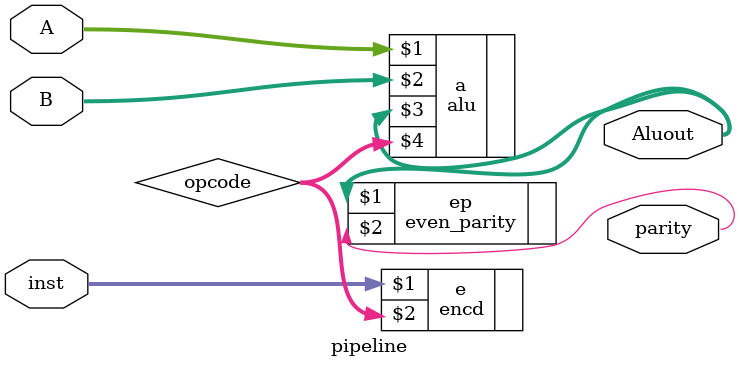
<source format=v>
`include "encoder.v"
`include "Alu.v"
`include "parity.v"
module pipeline(input [7:0] inst,input [3:0] A,input [3:0] B,output [3:0] Aluout,output parity);
   wire [2:0] opcode;
   encd e(inst,opcode);
   alu a(A,B,Aluout,opcode);
   even_parity ep(Aluout,parity);
endmodule
</source>
